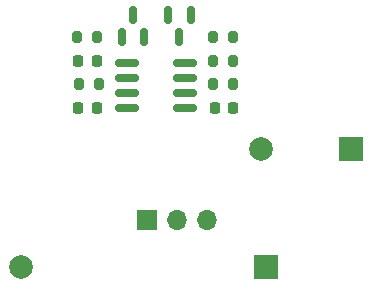
<source format=gbr>
%TF.GenerationSoftware,KiCad,Pcbnew,8.0.8*%
%TF.CreationDate,2025-02-19T12:39:33-05:00*%
%TF.ProjectId,beeping-easter-egg,62656570-696e-4672-9d65-61737465722d,rev?*%
%TF.SameCoordinates,Original*%
%TF.FileFunction,Soldermask,Top*%
%TF.FilePolarity,Negative*%
%FSLAX46Y46*%
G04 Gerber Fmt 4.6, Leading zero omitted, Abs format (unit mm)*
G04 Created by KiCad (PCBNEW 8.0.8) date 2025-02-19 12:39:33*
%MOMM*%
%LPD*%
G01*
G04 APERTURE LIST*
G04 Aperture macros list*
%AMRoundRect*
0 Rectangle with rounded corners*
0 $1 Rounding radius*
0 $2 $3 $4 $5 $6 $7 $8 $9 X,Y pos of 4 corners*
0 Add a 4 corners polygon primitive as box body*
4,1,4,$2,$3,$4,$5,$6,$7,$8,$9,$2,$3,0*
0 Add four circle primitives for the rounded corners*
1,1,$1+$1,$2,$3*
1,1,$1+$1,$4,$5*
1,1,$1+$1,$6,$7*
1,1,$1+$1,$8,$9*
0 Add four rect primitives between the rounded corners*
20,1,$1+$1,$2,$3,$4,$5,0*
20,1,$1+$1,$4,$5,$6,$7,0*
20,1,$1+$1,$6,$7,$8,$9,0*
20,1,$1+$1,$8,$9,$2,$3,0*%
G04 Aperture macros list end*
%ADD10RoundRect,0.200000X-0.200000X-0.275000X0.200000X-0.275000X0.200000X0.275000X-0.200000X0.275000X0*%
%ADD11R,2.000000X2.000000*%
%ADD12C,2.000000*%
%ADD13RoundRect,0.150000X0.150000X-0.587500X0.150000X0.587500X-0.150000X0.587500X-0.150000X-0.587500X0*%
%ADD14RoundRect,0.225000X-0.225000X-0.250000X0.225000X-0.250000X0.225000X0.250000X-0.225000X0.250000X0*%
%ADD15RoundRect,0.225000X0.225000X0.250000X-0.225000X0.250000X-0.225000X-0.250000X0.225000X-0.250000X0*%
%ADD16RoundRect,0.150000X-0.825000X-0.150000X0.825000X-0.150000X0.825000X0.150000X-0.825000X0.150000X0*%
%ADD17RoundRect,0.150000X-0.150000X0.587500X-0.150000X-0.587500X0.150000X-0.587500X0.150000X0.587500X0*%
%ADD18R,1.700000X1.700000*%
%ADD19O,1.700000X1.700000*%
G04 APERTURE END LIST*
D10*
%TO.C,Rpullup1*%
X95850000Y-101500000D03*
X97500000Y-101500000D03*
%TD*%
D11*
%TO.C,BZ1*%
X119000000Y-111000000D03*
D12*
X111400000Y-111000000D03*
%TD*%
D10*
%TO.C,R2*%
X107350000Y-105500000D03*
X109000000Y-105500000D03*
%TD*%
D13*
%TO.C,Q2*%
X99600000Y-101500000D03*
X101500000Y-101500000D03*
X100550000Y-99625000D03*
%TD*%
D14*
%TO.C,C2*%
X107500000Y-107500000D03*
X109050000Y-107500000D03*
%TD*%
D10*
%TO.C,Rg1*%
X107350000Y-101500000D03*
X109000000Y-101500000D03*
%TD*%
D15*
%TO.C,C3*%
X97500000Y-107500000D03*
X95950000Y-107500000D03*
%TD*%
%TO.C,C1*%
X97500000Y-103500000D03*
X95950000Y-103500000D03*
%TD*%
D16*
%TO.C,U1*%
X100050000Y-103690000D03*
X100050000Y-104960000D03*
X100050000Y-106230000D03*
X100050000Y-107500000D03*
X105000000Y-107500000D03*
X105000000Y-106230000D03*
X105000000Y-104960000D03*
X105000000Y-103690000D03*
%TD*%
D11*
%TO.C,BT1*%
X111857455Y-121000000D03*
D12*
X91057455Y-121000000D03*
%TD*%
D10*
%TO.C,R1*%
X107350000Y-103500000D03*
X109000000Y-103500000D03*
%TD*%
%TO.C,Rg2*%
X96000000Y-105500000D03*
X97650000Y-105500000D03*
%TD*%
D17*
%TO.C,Q1*%
X105450000Y-99625000D03*
X103550000Y-99625000D03*
X104500000Y-101500000D03*
%TD*%
D18*
%TO.C,SW1*%
X101763577Y-117000000D03*
D19*
X104303577Y-117000000D03*
X106843577Y-117000000D03*
%TD*%
M02*

</source>
